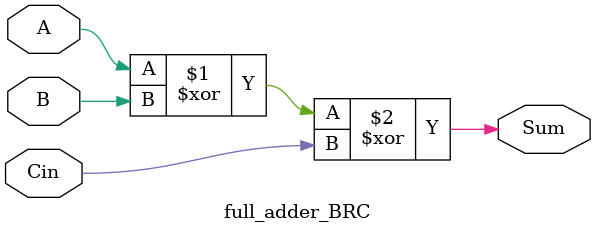
<source format=sv>
module full_adder_BRC (
    input  logic A,  
    input  logic B,  
    input  logic Cin, 
    output logic Sum 
 //   output logic Cout 
);
//Nếu dùng Cout thì phải bỏ các dấu // Cout
    // Sum and Carry output
    assign Sum = A ^ B ^ Cin;
//    assign Cout = (A & B) | (A & Cin) | (B & Cin);

endmodule

</source>
